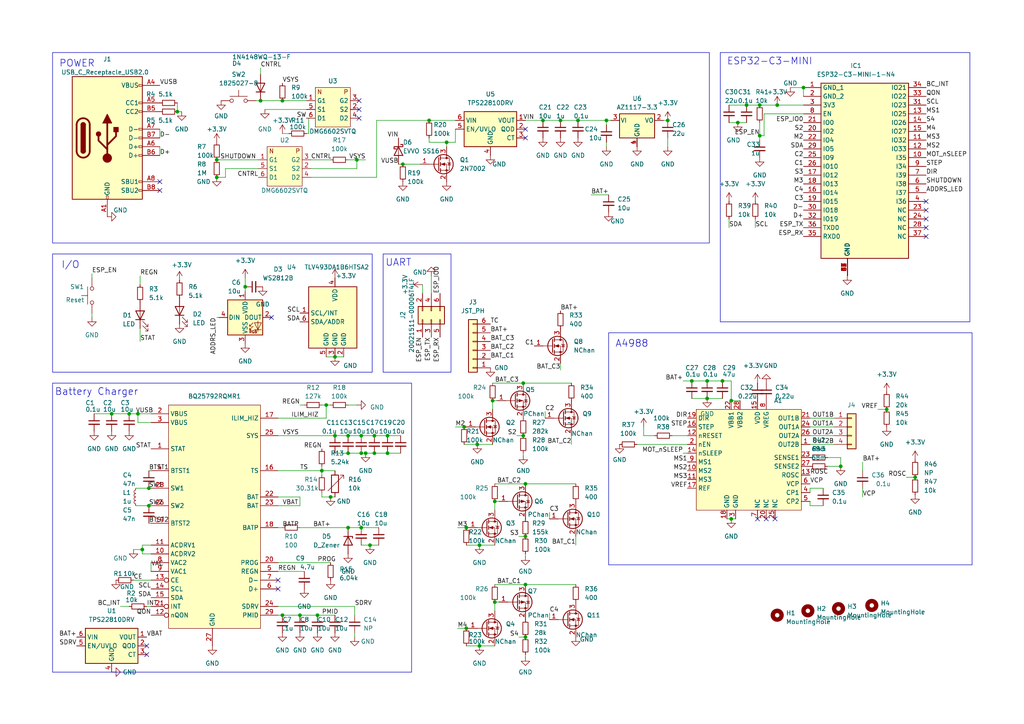
<source format=kicad_sch>
(kicad_sch (version 20230121) (generator eeschema)
  (paper "A4")
  (junction (at 108.585 131.445))
  (junction (at 220.345 30.48))
  (junction (at 213.995 35.56))
  (junction (at 138.43 128.905))
  (junction (at 95.885 144.145))
  (junction (at 94.615 117.475))
  (junction (at 32.385 120.015))
  (junction (at 167.64 34.925))
  (junction (at 97.155 103.505))
  (junction (at 62.865 51.435))
  (junction (at 112.395 131.445))
  (junction (at 212.09 116.205))
  (junction (at 81.915 178.435))
  (junction (at 143.51 174.625))
  (junction (at 93.345 136.525))
  (junction (at 205.105 110.49))
  (junction (at 193.675 34.925))
  (junction (at 265.43 138.43))
  (junction (at 124.46 34.925))
  (junction (at 43.18 146.685))
  (junction (at 62.865 46.355))
  (junction (at 157.48 34.925))
  (junction (at 100.965 126.365))
  (junction (at 212.09 150.495))
  (junction (at 107.315 158.115))
  (junction (at 162.56 34.925))
  (junction (at 116.84 47.625))
  (junction (at 233.045 25.4))
  (junction (at 209.55 110.49))
  (junction (at 104.775 153.035))
  (junction (at 152.4 155.575))
  (junction (at 151.765 126.365))
  (junction (at 112.395 126.365))
  (junction (at 135.255 182.245))
  (junction (at 106.045 131.445))
  (junction (at 200.66 110.49))
  (junction (at 175.895 34.925))
  (junction (at 103.505 46.355))
  (junction (at 71.12 83.185))
  (junction (at 51.435 32.385))
  (junction (at 257.175 118.745))
  (junction (at 134.62 123.825))
  (junction (at 135.255 153.035))
  (junction (at 43.18 141.605))
  (junction (at 37.465 120.015))
  (junction (at 152.4 169.545))
  (junction (at 151.765 111.125))
  (junction (at 142.875 116.205))
  (junction (at 225.425 30.48))
  (junction (at 152.4 184.785))
  (junction (at 108.585 126.365))
  (junction (at 75.565 29.21))
  (junction (at 97.155 126.365))
  (junction (at 205.105 115.57))
  (junction (at 92.075 178.435))
  (junction (at 100.965 153.035))
  (junction (at 152.4 140.335))
  (junction (at 220.345 39.37))
  (junction (at 41.275 159.385))
  (junction (at 143.51 145.415))
  (junction (at 216.535 30.48))
  (junction (at 100.965 131.445))
  (junction (at 40.005 120.015))
  (junction (at 243.84 135.255))
  (junction (at 81.915 29.21))
  (junction (at 86.995 178.435))
  (junction (at 104.775 126.365))
  (junction (at 139.065 187.325))
  (junction (at 129.54 41.275))
  (junction (at 139.065 158.115))
  (junction (at 104.775 131.445))
  (no_connect (at 152.4 40.005))
  (no_connect (at 152.4 37.465))
  (no_connect (at 268.605 58.42))
  (no_connect (at 42.545 187.325))
  (no_connect (at 46.355 55.245))
  (no_connect (at 78.74 92.075))
  (no_connect (at 46.355 52.705))
  (no_connect (at 104.14 29.21))
  (no_connect (at 219.71 150.495))
  (no_connect (at 42.545 189.865))
  (no_connect (at 104.14 34.29))
  (no_connect (at 104.14 31.75))
  (no_connect (at 268.605 68.58))
  (no_connect (at 224.79 150.495))
  (no_connect (at 80.645 170.815))
  (no_connect (at 80.645 168.275))
  (no_connect (at 268.605 66.04))
  (no_connect (at 268.605 63.5))
  (no_connect (at 222.25 150.495))
  (no_connect (at 268.605 60.96))
  (wire (pts (xy 106.045 131.445) (xy 108.585 131.445)))
  (wire (pts (xy 198.12 131.445) (xy 199.39 131.445)))
  (wire (pts (xy 134.62 128.905) (xy 138.43 128.905)))
  (wire (pts (xy 149.86 126.365) (xy 151.765 126.365)))
  (wire (pts (xy 143.51 174.625) (xy 143.51 177.165)))
  (wire (pts (xy 194.945 126.365) (xy 199.39 126.365)))
  (wire (pts (xy 233.045 30.48) (xy 225.425 30.48)))
  (wire (pts (xy 89.535 34.29) (xy 88.9 34.29)))
  (wire (pts (xy 75.565 29.21) (xy 81.915 29.21)))
  (wire (pts (xy 37.465 120.015) (xy 40.005 120.015)))
  (wire (pts (xy 88.9 38.735) (xy 89.535 38.735)))
  (wire (pts (xy 211.455 66.04) (xy 211.455 63.5)))
  (wire (pts (xy 132.08 41.275) (xy 129.54 41.275)))
  (wire (pts (xy 233.045 25.4) (xy 233.045 27.94)))
  (wire (pts (xy 221.615 33.02) (xy 233.045 33.02)))
  (wire (pts (xy 100.965 126.365) (xy 104.775 126.365)))
  (wire (pts (xy 150.495 184.785) (xy 152.4 184.785)))
  (wire (pts (xy 167.64 34.925) (xy 175.895 34.925)))
  (wire (pts (xy 143.51 145.415) (xy 144.78 145.415)))
  (wire (pts (xy 165.735 128.905) (xy 165.735 126.365)))
  (wire (pts (xy 240.03 135.255) (xy 243.84 135.255)))
  (wire (pts (xy 112.395 131.445) (xy 116.205 131.445)))
  (wire (pts (xy 162.56 107.315) (xy 162.56 105.41)))
  (wire (pts (xy 40.64 82.55) (xy 40.64 80.01)))
  (wire (pts (xy 241.935 123.825) (xy 234.95 123.825)))
  (wire (pts (xy 102.87 175.895) (xy 80.645 175.895)))
  (wire (pts (xy 186.69 126.365) (xy 189.865 126.365)))
  (wire (pts (xy 65.405 48.895) (xy 65.405 51.435)))
  (wire (pts (xy 43.815 122.555) (xy 40.005 122.555)))
  (wire (pts (xy 80.645 163.195) (xy 95.885 163.195)))
  (wire (pts (xy 62.865 92.075) (xy 63.5 92.075)))
  (wire (pts (xy 104.775 126.365) (xy 108.585 126.365)))
  (wire (pts (xy 152.4 189.865) (xy 152.4 190.5)))
  (wire (pts (xy 40.005 120.015) (xy 43.815 120.015)))
  (wire (pts (xy 152.4 160.655) (xy 152.4 161.29)))
  (wire (pts (xy 100.965 153.035) (xy 104.775 153.035)))
  (wire (pts (xy 37.465 120.015) (xy 32.385 120.015)))
  (wire (pts (xy 205.105 115.57) (xy 209.55 115.57)))
  (wire (pts (xy 132.08 37.465) (xy 132.08 41.275)))
  (wire (pts (xy 142.875 111.125) (xy 151.765 111.125)))
  (wire (pts (xy 159.385 177.8) (xy 159.385 179.705)))
  (wire (pts (xy 34.925 175.895) (xy 37.465 175.895)))
  (wire (pts (xy 151.765 111.125) (xy 165.735 111.125)))
  (wire (pts (xy 97.155 131.445) (xy 100.965 131.445)))
  (wire (pts (xy 89.535 38.735) (xy 89.535 34.29)))
  (wire (pts (xy 143.51 140.335) (xy 152.4 140.335)))
  (wire (pts (xy 220.345 39.37) (xy 220.345 40.64)))
  (wire (pts (xy 97.155 126.365) (xy 100.965 126.365)))
  (wire (pts (xy 157.48 34.925) (xy 162.56 34.925)))
  (wire (pts (xy 250.19 144.145) (xy 250.19 141.605)))
  (wire (pts (xy 76.835 31.75) (xy 88.9 31.75)))
  (wire (pts (xy 80.645 121.285) (xy 94.615 121.285)))
  (wire (pts (xy 108.585 126.365) (xy 112.395 126.365)))
  (wire (pts (xy 240.03 132.715) (xy 243.84 132.715)))
  (wire (pts (xy 38.735 159.385) (xy 41.275 159.385)))
  (wire (pts (xy 135.255 153.035) (xy 135.89 153.035)))
  (wire (pts (xy 115.57 47.625) (xy 116.84 47.625)))
  (wire (pts (xy 241.935 128.905) (xy 234.95 128.905)))
  (wire (pts (xy 103.505 48.895) (xy 103.505 46.355)))
  (wire (pts (xy 39.37 141.605) (xy 43.18 141.605)))
  (wire (pts (xy 135.255 158.115) (xy 139.065 158.115)))
  (wire (pts (xy 142.875 116.205) (xy 144.145 116.205)))
  (wire (pts (xy 158.115 119.38) (xy 158.115 121.285)))
  (wire (pts (xy 193.675 42.545) (xy 193.675 40.005)))
  (wire (pts (xy 104.775 131.445) (xy 106.045 131.445)))
  (wire (pts (xy 90.17 51.435) (xy 109.22 51.435)))
  (wire (pts (xy 100.965 131.445) (xy 104.775 131.445)))
  (wire (pts (xy 43.815 160.655) (xy 41.275 160.655)))
  (wire (pts (xy 43.18 136.525) (xy 43.815 136.525)))
  (wire (pts (xy 93.345 136.525) (xy 97.155 136.525)))
  (wire (pts (xy 32.385 120.015) (xy 27.305 120.015)))
  (wire (pts (xy 109.22 34.925) (xy 124.46 34.925)))
  (wire (pts (xy 250.19 133.985) (xy 250.19 136.525)))
  (wire (pts (xy 75.565 19.685) (xy 75.565 21.59)))
  (wire (pts (xy 220.345 35.56) (xy 220.345 39.37)))
  (wire (pts (xy 40.005 122.555) (xy 40.005 120.015)))
  (wire (pts (xy 134.62 123.825) (xy 135.255 123.825)))
  (wire (pts (xy 41.275 158.115) (xy 43.815 158.115)))
  (wire (pts (xy 43.815 163.195) (xy 43.815 165.735)))
  (wire (pts (xy 152.4 34.925) (xy 157.48 34.925)))
  (wire (pts (xy 43.18 151.765) (xy 43.815 151.765)))
  (wire (pts (xy 124.46 40.005) (xy 124.46 41.275)))
  (wire (pts (xy 80.645 146.685) (xy 86.995 146.685)))
  (wire (pts (xy 198.12 110.49) (xy 200.66 110.49)))
  (wire (pts (xy 143.51 174.625) (xy 144.78 174.625)))
  (wire (pts (xy 211.455 30.48) (xy 216.535 30.48)))
  (wire (pts (xy 81.915 178.435) (xy 86.995 178.435)))
  (wire (pts (xy 104.775 158.115) (xy 107.315 158.115)))
  (wire (pts (xy 200.66 110.49) (xy 205.105 110.49)))
  (wire (pts (xy 234.95 145.415) (xy 234.95 146.685)))
  (wire (pts (xy 135.255 187.325) (xy 139.065 187.325)))
  (wire (pts (xy 94.615 117.475) (xy 95.885 117.475)))
  (wire (pts (xy 175.895 36.195) (xy 175.895 34.925)))
  (wire (pts (xy 184.785 128.905) (xy 199.39 128.905)))
  (wire (pts (xy 108.585 131.445) (xy 112.395 131.445)))
  (wire (pts (xy 46.355 37.465) (xy 46.355 40.005)))
  (wire (pts (xy 175.895 34.925) (xy 177.165 34.925)))
  (wire (pts (xy 175.895 42.545) (xy 175.895 41.275)))
  (wire (pts (xy 132.08 123.825) (xy 134.62 123.825)))
  (wire (pts (xy 62.865 46.355) (xy 74.93 46.355)))
  (wire (pts (xy 102.87 184.785) (xy 102.87 183.515)))
  (wire (pts (xy 129.54 41.275) (xy 129.54 42.545)))
  (wire (pts (xy 26.67 90.805) (xy 26.67 92.075)))
  (wire (pts (xy 93.345 117.475) (xy 94.615 117.475)))
  (wire (pts (xy 225.425 30.48) (xy 220.345 30.48)))
  (wire (pts (xy 193.675 34.925) (xy 192.405 34.925)))
  (wire (pts (xy 104.775 153.035) (xy 109.855 153.035)))
  (wire (pts (xy 90.17 48.895) (xy 103.505 48.895)))
  (wire (pts (xy 107.315 158.115) (xy 109.855 158.115)))
  (wire (pts (xy 162.56 34.925) (xy 167.64 34.925)))
  (wire (pts (xy 213.995 35.56) (xy 216.535 35.56)))
  (wire (pts (xy 124.46 34.925) (xy 132.08 34.925)))
  (wire (pts (xy 93.345 135.255) (xy 93.345 136.525)))
  (wire (pts (xy 94.615 121.285) (xy 94.615 117.475)))
  (wire (pts (xy 86.995 153.035) (xy 100.965 153.035)))
  (wire (pts (xy 135.255 182.245) (xy 135.89 182.245)))
  (wire (pts (xy 116.84 47.625) (xy 121.92 47.625)))
  (wire (pts (xy 186.69 123.825) (xy 186.69 126.365)))
  (wire (pts (xy 109.22 51.435) (xy 109.22 34.925)))
  (wire (pts (xy 46.355 42.545) (xy 46.355 45.085)))
  (wire (pts (xy 212.09 150.495) (xy 210.82 150.495)))
  (wire (pts (xy 26.67 79.375) (xy 26.67 80.645)))
  (wire (pts (xy 102.87 178.435) (xy 102.87 175.895)))
  (wire (pts (xy 150.495 155.575) (xy 152.4 155.575)))
  (wire (pts (xy 90.17 46.355) (xy 95.885 46.355)))
  (wire (pts (xy 200.66 115.57) (xy 205.105 115.57)))
  (wire (pts (xy 51.435 29.845) (xy 51.435 32.385)))
  (wire (pts (xy 41.275 159.385) (xy 41.275 158.115)))
  (wire (pts (xy 86.995 117.475) (xy 88.265 117.475)))
  (wire (pts (xy 62.865 51.435) (xy 65.405 51.435)))
  (wire (pts (xy 43.18 141.605) (xy 43.815 141.605)))
  (wire (pts (xy 94.615 103.505) (xy 97.155 103.505)))
  (wire (pts (xy 234.95 142.875) (xy 234.95 141.605)))
  (wire (pts (xy 152.4 169.545) (xy 167.005 169.545)))
  (wire (pts (xy 234.95 146.685) (xy 238.76 146.685)))
  (wire (pts (xy 125.095 85.09) (xy 125.095 80.01)))
  (wire (pts (xy 122.555 85.09) (xy 122.555 82.55)))
  (wire (pts (xy 80.645 126.365) (xy 97.155 126.365)))
  (wire (pts (xy 139.065 187.325) (xy 143.51 187.325)))
  (wire (pts (xy 38.735 168.275) (xy 43.815 168.275)))
  (wire (pts (xy 159.385 148.59) (xy 159.385 150.495)))
  (wire (pts (xy 243.84 132.715) (xy 243.84 135.255)))
  (wire (pts (xy 221.615 39.37) (xy 221.615 33.02)))
  (wire (pts (xy 74.295 29.21) (xy 75.565 29.21)))
  (wire (pts (xy 143.51 169.545) (xy 152.4 169.545)))
  (wire (pts (xy 92.075 178.435) (xy 97.155 178.435)))
  (wire (pts (xy 212.09 150.495) (xy 213.36 150.495)))
  (wire (pts (xy 80.645 178.435) (xy 81.915 178.435)))
  (wire (pts (xy 220.345 39.37) (xy 221.615 39.37)))
  (wire (pts (xy 71.12 83.185) (xy 71.12 84.455)))
  (wire (pts (xy 42.545 175.895) (xy 43.815 175.895)))
  (wire (pts (xy 132.715 153.035) (xy 135.255 153.035)))
  (wire (pts (xy 80.645 144.145) (xy 86.995 144.145)))
  (wire (pts (xy 80.645 136.525) (xy 93.345 136.525)))
  (wire (pts (xy 219.075 66.04) (xy 219.075 63.5)))
  (wire (pts (xy 86.995 144.145) (xy 86.995 146.685)))
  (wire (pts (xy 41.275 159.385) (xy 41.275 160.655)))
  (wire (pts (xy 254.635 118.745) (xy 257.175 118.745)))
  (wire (pts (xy 241.935 121.285) (xy 234.95 121.285)))
  (wire (pts (xy 40.64 99.06) (xy 40.64 95.25)))
  (wire (pts (xy 43.18 146.685) (xy 39.37 146.685)))
  (wire (pts (xy 212.09 110.49) (xy 212.09 116.205)))
  (wire (pts (xy 97.155 103.505) (xy 99.695 103.505)))
  (wire (pts (xy 241.935 126.365) (xy 234.95 126.365)))
  (wire (pts (xy 71.12 80.645) (xy 71.12 83.185)))
  (wire (pts (xy 234.95 141.605) (xy 238.76 141.605)))
  (wire (pts (xy 138.43 128.905) (xy 142.875 128.905)))
  (wire (pts (xy 95.885 144.145) (xy 97.155 144.145)))
  (wire (pts (xy 142.875 116.205) (xy 142.875 118.745)))
  (wire (pts (xy 93.345 136.525) (xy 93.345 137.795)))
  (wire (pts (xy 212.09 116.205) (xy 214.63 116.205)))
  (wire (pts (xy 167.005 158.115) (xy 167.005 155.575)))
  (wire (pts (xy 103.505 46.355) (xy 100.965 46.355)))
  (wire (pts (xy 152.4 140.335) (xy 167.005 140.335)))
  (wire (pts (xy 143.51 145.415) (xy 143.51 147.955)))
  (wire (pts (xy 86.995 178.435) (xy 92.075 178.435)))
  (wire (pts (xy 52.705 32.385) (xy 51.435 32.385)))
  (wire (pts (xy 216.535 30.48) (xy 220.345 30.48)))
  (wire (pts (xy 100.965 117.475) (xy 103.505 117.475)))
  (wire (pts (xy 132.715 182.245) (xy 135.255 182.245)))
  (wire (pts (xy 151.765 131.445) (xy 151.765 132.08)))
  (wire (pts (xy 43.18 146.685) (xy 43.815 146.685)))
  (wire (pts (xy 112.395 126.365) (xy 116.205 126.365)))
  (wire (pts (xy 93.345 142.875) (xy 93.345 144.145)))
  (wire (pts (xy 211.455 35.56) (xy 213.995 35.56)))
  (wire (pts (xy 209.55 110.49) (xy 212.09 110.49)))
  (wire (pts (xy 205.105 110.49) (xy 209.55 110.49)))
  (wire (pts (xy 81.915 38.735) (xy 83.82 38.735)))
  (wire (pts (xy 262.89 138.43) (xy 265.43 138.43)))
  (wire (pts (xy 124.46 41.275) (xy 129.54 41.275)))
  (wire (pts (xy 139.065 158.115) (xy 143.51 158.115)))
  (wire (pts (xy 93.345 144.145) (xy 95.885 144.145)))
  (wire (pts (xy 74.93 48.895) (xy 65.405 48.895)))
  (wire (pts (xy 171.45 56.515) (xy 176.53 56.515)))
  (wire (pts (xy 81.915 29.21) (xy 88.9 29.21)))
  (wire (pts (xy 80.645 165.735) (xy 88.265 165.735)))
  (wire (pts (xy 81.915 153.035) (xy 80.645 153.035)))
  (wire (pts (xy 106.045 46.355) (xy 103.505 46.355)))
  (wire (pts (xy 229.235 25.4) (xy 233.045 25.4)))
  (rectangle (start 15.24 111.125) (end 119.38 194.945))
  (rectangle (start 208.915 15.24) (end 281.305 93.345))
  (rectangle (start 111.125 73.66) (end 130.81 107.95))
  (rectangle (start 15.24 15.24) (end 205.74 70.485))
  (rectangle (start 15.24 73.66) (end 107.95 107.95))
  (rectangle (start 176.53 96.52) (end 281.94 163.83))
  (text "					" (at 68.58 73.66 0) (effects (font (size 5.08 5.08)) (justify left bottom)))
  (text "Battery Charger\n" (at 15.875 114.935 0) (effects (font (size 2.032 2.032)) (justify left bottom)))
  (text "POWER\n" (at 17.145 19.685 0) (effects (font (size 2 2)) (justify left bottom)))
  (text "I/O\n" (at 17.78 78.105 0) (effects (font (size 2 2)) (justify left bottom)))
  (text "UART\n" (at 111.76 77.47 0) (effects (font (size 2.032 2.032)) (justify left bottom)))
  (text "ESP32-C3-MINI\n" (at 210.82 19.05 0) (effects (font (size 2 2)) (justify left bottom)))
  (text "A4988\n" (at 178.435 100.965 0) (effects (font (size 2.032 2.032)) (justify left bottom)))
  (label "BAT+" (at 162.56 90.17 0))
  (label "SCL" (at 43.815 170.815 180))
  (label "C1" (at 154.94 100.33 180))
  (label "VIN" (at 154.94 34.925 180))
  (label "VSYS" (at 106.045 46.355 180))
  (label "ILIM_HIZ" (at 84.455 121.285 0))
  (label "BAT_C3" (at 150.495 111.125 180))
  (label "MS3" (at 268.605 40.64 0))
  (label "MS3" (at 199.39 139.065 180))
  (label "SW" (at 88.9 34.29 180))
  (label "STAT" (at 40.64 99.06 0))
  (label "CNTRL" (at 90.17 46.355 0))
  (label "VREF" (at 199.39 141.605 180))
  (label "BAT+" (at 90.805 153.035 0))
  (label "QON" (at 268.605 27.94 0))
  (label "OUT1A" (at 235.585 123.825 0))
  (label "OUT2B" (at 235.585 128.905 0))
  (label "STAT" (at 43.815 130.175 180))
  (label "STEP" (at 268.605 48.26 0))
  (label "D-" (at 46.355 40.005 0))
  (label "STEP" (at 199.39 123.825 180))
  (label "ROSC" (at 234.95 137.795 0))
  (label "BAT_C1" (at 151.13 169.545 180))
  (label "ESP_RX" (at 233.045 68.58 180))
  (label "SW2" (at 43.18 146.685 0))
  (label "M4" (at 268.605 38.1 0))
  (label "DIR" (at 199.39 121.285 180))
  (label "BAT+" (at 171.45 56.515 0))
  (label "ADDRS_LED" (at 268.605 55.88 0))
  (label "SDRV" (at 22.225 187.325 180))
  (label "CNTRL" (at 74.93 51.435 180))
  (label "ESP_TX" (at 125.095 97.79 270))
  (label "MS1" (at 268.605 33.02 0))
  (label "REGN" (at 86.995 117.475 180))
  (label "SHUTDOWN" (at 74.295 46.355 180))
  (label "BTST2" (at 43.18 151.765 0))
  (label "M4" (at 132.715 182.245 0))
  (label "TC" (at 142.24 93.98 0))
  (label "S3" (at 150.495 155.575 180))
  (label "ROSC" (at 262.89 138.43 180))
  (label "C2" (at 158.115 119.38 0))
  (label "S3" (at 233.045 50.8 180))
  (label "VUSB" (at 39.37 120.015 0))
  (label "BAT+" (at 142.24 96.52 0))
  (label "TS" (at 86.995 136.525 0))
  (label "MS1" (at 199.39 133.985 180))
  (label "M2" (at 132.08 123.825 0))
  (label "SCL" (at 219.075 66.04 0))
  (label "C1" (at 233.045 48.26 180))
  (label "VBAT" (at 81.915 146.685 0))
  (label "C3" (at 233.045 58.42 180))
  (label "ADDRS_LED" (at 62.865 92.075 270))
  (label "OUT2A" (at 235.585 126.365 0))
  (label "VREF" (at 254.635 118.745 180))
  (label "MOT_nSLEEP" (at 268.605 45.72 0))
  (label "ESP_RX" (at 127.635 97.79 270))
  (label "CE" (at 38.735 168.275 0))
  (label "S4" (at 150.495 184.785 180))
  (label "SCL" (at 86.995 90.805 180))
  (label "BAT+" (at 198.12 110.49 180))
  (label "C2" (at 233.045 45.72 180))
  (label "VCP" (at 250.19 144.145 0))
  (label "BC_INT" (at 34.925 175.895 180))
  (label "C4" (at 233.045 55.88 180))
  (label "CNTRL" (at 75.565 19.685 0))
  (label "VIN" (at 115.57 40.005 180))
  (label "M2" (at 233.045 40.64 180))
  (label "VUSB" (at 46.355 24.765 0))
  (label "REGN" (at 40.64 80.01 0))
  (label "SDA" (at 86.995 93.345 180))
  (label "S4" (at 268.605 35.56 0))
  (label "BAT_C2" (at 165.735 128.905 180))
  (label "BTST1" (at 43.18 136.525 0))
  (label "BAT+" (at 22.225 184.785 180))
  (label "VBAT" (at 42.545 184.785 0))
  (label "MS2" (at 199.39 136.525 180))
  (label "BAT_C1" (at 167.005 158.115 180))
  (label "QON" (at 43.815 178.435 180))
  (label "DIR" (at 268.605 50.8 0))
  (label "SCL" (at 268.605 30.48 0))
  (label "ESP_EN" (at 26.67 79.375 0))
  (label "INT" (at 42.545 175.895 0))
  (label "MS2" (at 268.605 43.18 0))
  (label "ESP_TX" (at 233.045 66.04 180))
  (label "VSYS" (at 81.915 126.365 0))
  (label "BAT+" (at 250.19 133.985 0))
  (label "REGN" (at 80.645 165.735 0))
  (label "S2" (at 149.86 126.365 180))
  (label "SDA" (at 43.815 173.355 180))
  (label "PROG" (at 92.075 163.195 0))
  (label "SDRV" (at 102.87 175.895 0))
  (label "BC_INT" (at 268.605 25.4 0))
  (label "BAT_C3" (at 162.56 107.315 180))
  (label "SDA" (at 211.455 66.04 0))
  (label "MOT_nSLEEP" (at 198.12 131.445 180))
  (label "VSYS" (at 81.915 24.13 0))
  (label "D-" (at 233.045 60.96 180))
  (label "SDA" (at 233.045 43.18 180))
  (label "REGN" (at 93.345 130.175 180))
  (label "SW1" (at 43.18 141.605 0))
  (label "VAC" (at 43.815 164.465 0))
  (label "BAT_C3" (at 142.24 99.06 0))
  (label "BAT_C1" (at 142.24 104.14 0))
  (label "C3" (at 159.385 148.59 0))
  (label "ESP_IO0" (at 233.045 35.56 180))
  (label "BAT_C2" (at 151.13 140.335 180))
  (label "ESP_EN" (at 220.345 39.37 180))
  (label "SHUTDOWN" (at 268.605 53.34 0))
  (label "M3" (at 132.715 153.035 0))
  (label "C4" (at 159.385 177.8 0))
  (label "BATP" (at 81.915 153.035 0))
  (label "D+" (at 46.355 45.085 0))
  (label "ESP_EN" (at 122.555 97.79 270))
  (label "ESP_IO0" (at 127.635 85.09 90))
  (label "M3" (at 233.045 53.34 180))
  (label "VCP" (at 234.95 140.335 0))
  (label "PMID" (at 93.345 178.435 0))
  (label "OUT1B" (at 235.585 121.285 0))
  (label "D+" (at 233.045 63.5 180))
  (label "S2" (at 233.045 38.1 180))
  (label "VUSB" (at 115.57 47.625 180))
  (label "BAT_C2" (at 142.24 101.6 0))
  (symbol (lib_id "Device:C_Small") (at 97.155 128.905 0) (unit 1)
    (property "Reference" "C11" (at 94.615 122.555 0) (effects (justify left)))
    (property "Value" "0.1u" (at 93.345 125.095 0) (effects (justify left)))
    (property "Footprint" "Capacitor_SMD:C_0402_1005Metric" (effects hide))
  )
  (symbol (lib_id "Connector_Generic:Conn_01x06") (at 137.16 101.6 180) (unit 1)
    (property "Reference" "J3" (at 137.16 87.63 0))
    (property "Value" "JST_PH" (at 137.16 90.17 0))
    (property "Footprint" "Connector_JST:JST_PH_B6B-PH-K_1x06_P2.00mm_Vertical" (effects hide))
  )
  (symbol (lib_id "power:GND") (at 265.43 143.51 0) (unit 1)
    (property "Reference" "#PWR073" (effects hide))
    (property "Value" "GND" (at 265.43 148.59 0))
  )
  (symbol (lib_id "LED:WS2812B") (at 71.12 92.075 0) (unit 1)
    (property "Reference" "D3" (at 80.645 78.105 0))
    (property "Value" "WS2812B" (at 80.645 80.645 0))
    (property "Footprint" "LED_SMD:LED_WS2812B_PLCC4_5.0x5.0mm_P3.2mm" (effects hide))
    (property "Datasheet" "https://cdn-shop.adafruit.com/datasheets/WS2812B.pdf" (effects hide))
  )
  (symbol (lib_id "power:GND") (at 103.505 117.475 90) (unit 1)
    (property "Reference" "#PWR032" (effects hide))
    (property "Value" "GND" (at 107.315 118.11 90) (effects (justify right)))
  )
  (symbol (lib_id "power:GND") (at 97.155 103.505 0) (unit 1)
    (property "Reference" "#PWR028" (effects hide))
    (property "Value" "GND" (at 101.6 106.045 0))
  )
  (symbol (lib_id "Device:R_Small") (at 192.405 126.365 90) (unit 1)
    (property "Reference" "R38" (at 194.31 123.825 90) (effects (justify left)))
    (property "Value" "100k" (at 194.31 121.285 90) (effects (justify left)))
    (property "Footprint" "Resistor_SMD:R_0402_1005Metric" (effects hide))
  )
  (symbol (lib_id "Device:C_Small") (at 209.55 113.03 0) (unit 1)
    (property "Reference" "C29" (at 209.55 106.68 0) (effects (justify left)))
    (property "Value" "47u" (at 209.55 108.585 0) (effects (justify left)))
    (property "Footprint" "Capacitor_SMD:CP_Elec_6.3x5.4" (effects hide))
  )
  (symbol (lib_id "Device:C_Small") (at 250.19 139.065 0) (unit 1)
    (property "Reference" "C36" (at 252.73 137.8013 0) (effects (justify left)))
    (property "Value" "0.1u" (at 254 140.335 0) (effects (justify left)))
    (property "Footprint" "Capacitor_SMD:C_0402_1005Metric" (effects hide))
  )
  (symbol (lib_id "Connector:USB_C_Receptacle_USB2.0") (at 31.115 40.005 0) (unit 1)
    (property "Reference" "J1" (at 31.115 17.145 0))
    (property "Value" "USB_C_Receptacle_USB2.0" (at 30.48 20.955 0))
    (property "Footprint" "Connector_USB:USB_C_Receptacle_JAE_DX07S016JA1R1500" (effects hide))
    (property "Datasheet" "https://www.usb.org/sites/default/files/documents/usb_type-c.zip" (effects hide))
  )
  (symbol (lib_id "power:+3.3V") (at 219.71 111.125 0) (unit 1)
    (property "Reference" "#PWR063" (effects hide))
    (property "Value" "+3.3V" (at 218.44 106.045 0))
  )
  (symbol (lib_id "Device:C_Small") (at 222.25 113.665 0) (unit 1)
    (property "Reference" "C34" (at 224.79 112.4013 0) (effects (justify left)))
    (property "Value" "0.22u" (at 224.79 114.9413 0) (effects (justify left)))
    (property "Footprint" "Capacitor_SMD:C_0402_1005Metric" (effects hide))
  )
  (symbol (lib_id "Device:C_Small") (at 100.965 128.905 0) (unit 1)
    (property "Reference" "C13" (at 98.425 122.555 0) (effects (justify left)))
    (property "Value" "10u" (at 98.425 125.095 0) (effects (justify left)))
    (property "Footprint" "Capacitor_SMD:C_0603_1608Metric" (effects hide))
  )
  (symbol (lib_id "power:+3.3V") (at 225.425 30.48 0) (unit 1)
    (property "Reference" "#PWR066" (effects hide))
    (property "Value" "+3.3V" (at 225.425 26.67 0))
  )
  (symbol (lib_id "power:GND") (at 139.065 158.115 0) (unit 1)
    (property "Reference" "#PWR040" (effects hide))
    (property "Value" "GND" (at 139.065 163.195 0))
  )
  (symbol (lib_id "power:GND") (at 257.175 123.825 0) (unit 1)
    (property "Reference" "#PWR071" (effects hide))
    (property "Value" "GND" (at 257.175 128.905 0))
  )
  (symbol (lib_id "Device:L_Small") (at 39.37 144.145 180) (unit 1)
    (property "Reference" "L1" (at 35.56 142.875 0) (effects (justify right)))
    (property "Value" "1u" (at 35.56 145.415 0) (effects (justify right)))
    (property "Footprint" "Inductor_SMD:L_Sunlord_MWSA0402S" (effects hide))
  )
  (symbol (lib_id "power:GND") (at 142.24 106.68 0) (unit 1)
    (property "Reference" "#PWR043" (effects hide))
    (property "Value" "GND" (at 145.415 106.68 0))
  )
  (symbol (lib_id "Device:R_Small") (at 95.885 165.735 0) (unit 1)
    (property "Reference" "R15" (at 98.425 165.1 0) (effects (justify left)))
    (property "Value" "6.04k" (at 98.425 167.64 0) (effects (justify left)))
    (property "Footprint" "Resistor_SMD:R_0402_1005Metric" (effects hide))
  )
  (symbol (lib_id "power:GND") (at 162.56 40.005 0) (unit 1)
    (property "Reference" "#PWR048" (effects hide))
    (property "Value" "GND" (at 162.56 45.085 0))
  )
  (symbol (lib_id "Device:C_Small") (at 97.155 180.975 0) (unit 1)
    (property "Reference" "C12" (at 97.155 179.705 0) (effects (justify left)))
    (property "Value" "10u" (at 97.155 182.245 0) (effects (justify left)))
    (property "Footprint" "Capacitor_SMD:C_0603_1608Metric" (effects hide))
  )
  (symbol (lib_id "Transistor_FET:DMG3418L") (at 140.97 182.245 0) (unit 1)
    (property "Reference" "Q4" (at 146.685 180.975 0) (effects (justify left)))
    (property "Value" "NChan" (at 143.51 186.055 0) (effects (justify left)))
    (property "Footprint" "Package_TO_SOT_SMD:SOT-23" (effects hide))
    (property "Datasheet" "http://www.diodes.com/assets/Datasheets/DMG3418L.pdf" (effects hide))
  )
  (symbol (lib_id "power:GND") (at 31.115 62.865 90) (unit 1)
    (property "Reference" "#PWR03" (effects hide))
    (property "Value" "GND" (at 34.925 60.96 90))
  )
  (symbol (lib_id "Device:R_Small") (at 152.4 153.035 0) (unit 1)
    (property "Reference" "R29" (at 154.305 151.765 0) (effects (justify left)))
    (property "Value" "155k" (at 154.305 154.305 0) (effects (justify left)))
    (property "Footprint" "Resistor_SMD:R_0402_1005Metric" (effects hide))
  )
  (symbol (lib_id "power:GND") (at 129.54 52.705 0) (unit 1)
    (property "Reference" "#PWR038" (effects hide))
    (property "Value" "GND" (at 129.54 57.785 0))
  )
  (symbol (lib_id "power:GND") (at 212.09 150.495 0) (unit 1)
    (property "Reference" "#PWR060" (effects hide))
    (property "Value" "GND" (at 212.09 155.575 0))
  )
  (symbol (lib_id "Device:C_Small") (at 104.775 128.905 0) (unit 1)
    (property "Reference" "C15" (at 102.235 122.555 0) (effects (justify left)))
    (property "Value" "10u" (at 102.235 125.095 0) (effects (justify left)))
    (property "Footprint" "Capacitor_SMD:C_0603_1608Metric" (effects hide))
  )
  (symbol (lib_id "Device:R_Small") (at 151.765 123.825 0) (unit 1)
    (property "Reference" "R27" (at 154.305 122.555 0) (effects (justify left)))
    (property "Value" "282k" (at 154.305 125.095 0) (effects (justify left)))
    (property "Footprint" "Resistor_SMD:R_0402_1005Metric" (effects hide))
  )
  (symbol (lib_id "power:GND") (at 102.87 184.785 0) (unit 1)
    (property "Reference" "#PWR031" (effects hide))
    (property "Value" "GND" (at 106.68 186.055 0))
  )
  (symbol (lib_id "Device:C_Small") (at 32.385 122.555 0) (unit 1)
    (property "Reference" "C2" (at 29.845 116.84 0) (effects (justify left)))
    (property "Value" "10u" (at 29.845 118.745 0) (effects (justify left)))
    (property "Footprint" "Capacitor_SMD:C_0603_1608Metric" (effects hide))
  )
  (symbol (lib_id "power:GND") (at 88.265 170.815 0) (unit 1)
    (property "Reference" "#PWR023" (effects hide))
    (property "Value" "GND" (at 88.265 175.895 0))
  )
  (symbol (lib_id "power:GND") (at 33.655 168.275 0) (unit 1)
    (property "Reference" "#PWR06" (effects hide))
    (property "Value" "GND" (at 36.83 170.18 0))
  )
  (symbol (lib_id "Device:D_Schottky") (at 115.57 43.815 270) (unit 1)
    (property "Reference" "D6" (at 116.84 41.275 90) (effects (justify left)))
    (property "Value" "EVVO SS16" (at 116.84 43.815 90) (effects (justify left)))
    (property "Footprint" "Diode_SMD:D_SMA" (effects hide))
  )
  (symbol (lib_id "power:GND") (at 76.2 83.185 0) (unit 1)
    (property "Reference" "#PWR018" (effects hide))
    (property "Value" "GND" (at 76.2 88.265 0))
  )
  (symbol (lib_id "Device:C_Small") (at 205.105 113.03 0) (unit 1)
    (property "Reference" "C28" (at 203.835 106.68 0) (effects (justify left)))
    (property "Value" "0.1u" (at 203.835 108.585 0) (effects (justify left)))
    (property "Footprint" "Capacitor_SMD:C_0402_1005Metric" (effects hide))
  )
  (symbol (lib_id "Device:C_Small") (at 116.205 128.905 0) (unit 1)
    (property "Reference" "C20" (at 113.665 122.555 0) (effects (justify left)))
    (property "Value" "10u" (at 113.665 125.095 0) (effects (justify left)))
    (property "Footprint" "Capacitor_SMD:C_0603_1608Metric" (effects hide))
  )
  (symbol (lib_id "Transistor_FET:DMG3418L") (at 160.02 100.33 0) (unit 1)
    (property "Reference" "Q8" (at 166.37 99.06 0) (effects (justify left)))
    (property "Value" "NChan" (at 166.37 101.6 0) (effects (justify left)))
    (property "Footprint" "Package_TO_SOT_SMD:SOT-23" (effects hide))
    (property "Datasheet" "http://www.diodes.com/assets/Datasheets/DMG3418L.pdf" (effects hide))
  )
  (symbol (lib_id "Device:R_Small") (at 36.195 168.275 270) (unit 1)
    (property "Reference" "R1" (at 35.56 166.37 90) (effects (justify right)))
    (property "Value" "10k" (at 39.37 166.37 90) (effects (justify right)))
    (property "Footprint" "Resistor_SMD:R_0402_1005Metric" (effects hide))
  )
  (symbol (lib_id "power:GND") (at 157.48 40.005 0) (unit 1)
    (property "Reference" "#PWR047" (effects hide))
    (property "Value" "GND" (at 157.48 45.085 0))
  )
  (symbol (lib_id "power:GND") (at 139.065 187.325 0) (unit 1)
    (property "Reference" "#PWR041" (effects hide))
    (property "Value" "GND" (at 139.065 192.405 0))
  )
  (symbol (lib_id "power:GND") (at 222.25 111.125 180) (unit 1)
    (property "Reference" "#PWR065" (effects hide))
    (property "Value" "GND" (at 223.52 106.045 0))
  )
  (symbol (lib_id "power:GND") (at 193.675 42.545 0) (unit 1)
    (property "Reference" "#PWR057" (effects hide))
    (property "Value" "GND" (at 193.675 47.625 0))
  )
  (symbol (lib_id "power:GND") (at 167.64 40.005 0) (unit 1)
    (property "Reference" "#PWR050" (effects hide))
    (property "Value" "GND" (at 167.64 45.085 0))
  )
  (symbol (lib_id "Device:R_Small") (at 62.865 48.895 0) (unit 1)
    (property "Reference" "R8" (at 57.15 47.625 0) (effects (justify left)))
    (property "Value" "1M" (at 57.15 50.165 0) (effects (justify left)))
    (property "Footprint" "Resistor_SMD:R_0402_1005Metric" (effects hide))
  )
  (symbol (lib_id "Connector_Generic:Conn_01x04") (at 247.015 123.825 0) (unit 1)
    (property "Reference" "J4" (at 245.745 117.475 0) (effects (justify left)))
    (property "Value" "Conn_01x04" (effects hide))
    (property "Footprint" "Connector_JST:JST_PH_B4B-PH-K_1x04_P2.00mm_Vertical" (effects hide))
  )
  (symbol (lib_id "Device:C_Small") (at 102.87 180.975 0) (unit 1)
    (property "Reference" "C14" (at 105.41 179.7113 0) (effects (justify left)))
    (property "Value" "NP" (at 105.41 182.2513 0) (effects (justify left)))
    (property "Footprint" "Capacitor_SMD:C_0402_1005Metric" (effects hide))
  )
  (symbol (lib_id "ESP32-C3-MINI-1-N4:ESP32-C3-MINI-1-N4") (at 250.825 41.91 0) (unit 1)
    (property "Reference" "IC1" (at 248.285 19.05 0))
    (property "Value" "ESP32-C3-MINI-1-N4" (at 248.285 21.59 0))
    (property "Footprint" "ESP32MINI1N4:ESP32MINI1N4" (effects hide))
    (property "Datasheet" "https://www.mouser.com/datasheet/2/891/Espressif_ESP32_C3_MINI_1_Datasheet-2006822.pdf" (effects hide))
    (property "Height" "2.55" (effects hide))
    (property "Manufacturer_Name" "Espressif Systems" (effects hide))
    (property "Manufacturer_Part_Number" "ESP32-C3-MINI-1-N4" (effects hide))
    (property "Mouser Part Number" "356-ESP32-C3-MINI1N4" (effects hide))
    (property "Mouser Price/Stock" "https://www.mouser.co.uk/ProductDetail/Espressif-Systems/ESP32-C3-MINI-1-N4?qs=stqOd1AaK7%252B%2FpH3qqyGehA%3D%3D" (effects hide))
  )
  (symbol (lib_id "Device:D_Zener") (at 100.965 156.845 270) (unit 1)
    (property "Reference" "D5" (at 93.345 155.575 90) (effects (justify left)))
    (property "Value" "D_Zener" (at 90.805 158.115 90) (effects (justify left)))
    (property "Footprint" "Diode_SMD:D_SOD-323F" (effects hide))
  )
  (symbol (lib_id "power:GND") (at 107.315 158.115 0) (unit 1)
    (property "Reference" "#PWR034" (effects hide))
    (property "Value" "GND" (at 107.315 163.195 0))
  )
  (symbol (lib_id "power:GND") (at 27.305 125.095 0) (unit 1)
    (property "Reference" "#PWR02" (effects hide))
    (property "Value" "GND" (at 27.305 130.175 0))
  )
  (symbol (lib_id "power:+3.3V") (at 211.455 58.42 0) (unit 1)
    (property "Reference" "#PWR059" (effects hide))
    (property "Value" "+3.3V" (at 211.455 53.34 0))
  )
  (symbol (lib_id "power:+3.3V") (at 71.12 80.645 0) (unit 1)
    (property "Reference" "#PWR016" (effects hide))
    (property "Value" "+3.3V" (at 71.12 75.565 0))
  )
  (symbol (lib_id "Switch:SW_Push") (at 69.215 29.21 0) (unit 1)
    (property "Reference" "SW2" (at 69.215 21.59 0))
    (property "Value" "1825027-8" (at 69.215 24.13 0))
    (property "Footprint" "Button_THT:SW2_1825027-C_TEC" (effects hide))
  )
  (symbol (lib_id "Power_Management:TPS22810DRV") (at 32.385 187.325 0) (unit 1)
    (property "Reference" "U1" (at 32.385 177.165 0))
    (property "Value" "TPS22810DRV" (at 32.385 179.705 0))
    (property "Footprint" "Package_SON:WSON-6-1EP_2x2mm_P0.65mm_EP1x1.6mm" (effects hide))
    (property "Datasheet" "http://www.ti.com/lit/ds/symlink/tps22810.pdf" (effects hide))
  )
  (symbol (lib_id "power:GND") (at 213.995 35.56 0) (unit 1)
    (property "Reference" "#PWR061" (effects hide))
    (property "Value" "GND" (at 212.725 40.64 0))
  )
  (symbol (lib_id "power:+3.3V") (at 122.555 82.55 90) (unit 1)
    (property "Reference" "#PWR036" (effects hide))
    (property "Value" "+3.3V" (at 117.475 82.55 0))
  )
  (symbol (lib_id "Transistor_FET:BSS83P") (at 149.86 145.415 0) (unit 1)
    (property "Reference" "Q6" (at 154.94 145.415 0) (effects (justify left)))
    (property "Value" "PChan" (at 153.035 149.225 0) (effects (justify left)))
    (property "Footprint" "Package_TO_SOT_SMD:SOT-23" (effects hide))
    (property "Datasheet" "http://www.farnell.com/datasheets/1835997.pdf" (effects hide))
  )
  (symbol (lib_id "Transistor_FET:BSS83P") (at 149.225 116.205 0) (unit 1)
    (property "Reference" "Q5" (at 152.4 113.03 0) (effects (justify left)))
    (property "Value" "PChan" (at 151.765 120.015 0) (effects (justify left)))
    (property "Footprint" "Package_TO_SOT_SMD:SOT-23" (effects hide))
    (property "Datasheet" "http://www.farnell.com/datasheets/1835997.pdf" (effects hide))
  )
  (symbol (lib_id "Mosfet Arrays:DMG6602SV") (at 96.52 33.02 0) (unit 1)
    (property "Reference" "U3" (at 96.52 23.495 0))
    (property "Value" "DMG6602SVTQ" (at 96.52 38.1 0))
    (property "Footprint" "Package_TO_SOT_SMD:TSOT-23-6" (effects hide))
  )
  (symbol (lib_id "power:GND") (at 37.465 125.095 0) (unit 1)
    (property "Reference" "#PWR07" (effects hide))
    (property "Value" "GND" (at 37.465 130.175 0))
  )
  (symbol (lib_id "Transistor_FET:DMG3418L") (at 140.97 153.035 0) (unit 1)
    (property "Reference" "Q3" (at 146.685 151.765 0) (effects (justify left)))
    (property "Value" "NChan" (at 143.51 156.845 0) (effects (justify left)))
    (property "Footprint" "Package_TO_SOT_SMD:SOT-23" (effects hide))
    (property "Datasheet" "http://www.diodes.com/assets/Datasheets/DMG3418L.pdf" (effects hide))
  )
  (symbol (lib_id "power:GND") (at 26.67 92.075 0) (unit 1)
    (property "Reference" "#PWR01" (effects hide))
    (property "Value" "GND" (at 26.67 97.155 0))
  )
  (symbol (lib_id "Device:R_Small") (at 143.51 172.085 0) (unit 1)
    (property "Reference" "R26" (at 137.795 170.815 0) (effects (justify left)))
    (property "Value" "100k" (at 133.35 173.355 0) (effects (justify left)))
    (property "Footprint" "Resistor_SMD:R_0402_1005Metric" (effects hide))
  )
  (symbol (lib_id "power:+3.3V") (at 62.865 41.275 0) (unit 1)
    (property "Reference" "#PWR013" (effects hide))
    (property "Value" "+3.3V" (at 62.865 37.465 0))
  )
  (symbol (lib_id "power:+3.3V") (at 219.075 58.42 0) (unit 1)
    (property "Reference" "#PWR062" (effects hide))
    (property "Value" "+3.3V" (at 219.075 53.34 0))
  )
  (symbol (lib_id "Device:R_Small") (at 84.455 153.035 90) (unit 1)
    (property "Reference" "R10" (at 84.455 155.575 90))
    (property "Value" "100" (at 84.455 158.115 90))
    (property "Footprint" "Resistor_SMD:R_0402_1005Metric" (effects hide))
  )
  (symbol (lib_id "Transistor_FET:DMG3418L") (at 164.465 179.705 0) (unit 1)
    (property "Reference" "Q11" (at 170.18 178.435 0) (effects (justify left)))
    (property "Value" "NChan" (at 167.005 184.15 0) (effects (justify left)))
    (property "Footprint" "Package_TO_SOT_SMD:SOT-23" (effects hide))
    (property "Datasheet" "http://www.diodes.com/assets/Datasheets/DMG3418L.pdf" (effects hide))
  )
  (symbol (lib_id "Device:R_Small") (at 152.4 182.245 0) (unit 1)
    (property "Reference" "R31" (at 154.94 180.975 0) (effects (justify left)))
    (property "Value" "28k" (at 154.94 183.515 0) (effects (justify left)))
    (property "Footprint" "Resistor_SMD:R_0402_1005Metric" (effects hide))
  )
  (symbol (lib_id "power:GND") (at 62.865 51.435 0) (unit 1)
    (property "Reference" "#PWR014" (effects hide))
    (property "Value" "GND" (at 59.055 52.705 0))
  )
  (symbol (lib_id "Device:C_Small") (at 220.345 43.18 0) (unit 1)
    (property "Reference" "C33" (at 216.535 41.91 0) (effects (justify left)))
    (property "Value" "1u" (at 217.805 44.45 0) (effects (justify left)))
    (property "Footprint" "Capacitor_SMD:C_0402_1005Metric" (effects hide))
  )
  (symbol (lib_id "Device:R_Small") (at 257.175 116.205 0) (unit 1)
    (property "Reference" "R44" (at 259.715 114.935 0) (effects (justify left)))
    (property "Value" "20k" (at 259.715 117.475 0) (effects (justify left)))
    (property "Footprint" "Resistor_SMD:R_0402_1005Metric" (effects hide))
  )
  (symbol (lib_id "Device:D") (at 75.565 25.4 90) (unit 1)
    (property "Reference" "D4" (at 67.31 18.415 90) (effects (justify right)))
    (property "Value" "1N4148WQ-13-F" (at 67.31 16.51 90) (effects (justify right)))
    (property "Footprint" "Diode_SMD:D_SOD-123" (effects hide))
    (property "Sim.Device" "D" (effects hide))
    (property "Sim.Pins" "1=K 2=A" (effects hide))
  )
  (symbol (lib_id "power:GND") (at 152.4 190.5 0) (unit 1)
    (property "Reference" "#PWR046" (effects hide))
    (property "Value" "GND" (at 152.4 194.945 0))
  )
  (symbol (lib_id "Device:C_Small") (at 219.71 113.665 0) (unit 1)
    (property "Reference" "C32" (at 214.63 112.395 0) (effects (justify left)))
    (property "Value" "0.22u" (at 213.995 114.935 0) (effects (justify left)))
    (property "Footprint" "Capacitor_SMD:C_0402_1005Metric" (effects hide))
  )
  (symbol (lib_id "power:GND") (at 138.43 128.905 0) (unit 1)
    (property "Reference" "#PWR039" (effects hide))
    (property "Value" "GND" (at 138.43 133.985 0))
  )
  (symbol (lib_id "power:GND") (at 64.135 29.21 0) (unit 1)
    (property "Reference" "#PWR015" (effects hide))
    (property "Value" "GND" (at 64.135 33.655 0))
  )
  (symbol (lib_id "power:+3.3V") (at 265.43 133.35 0) (unit 1)
    (property "Reference" "#PWR072" (effects hide))
    (property "Value" "+3.3V" (at 265.43 128.27 0))
  )
  (symbol (lib_id "Device:C_Small") (at 86.995 180.975 0) (unit 1)
    (property "Reference" "C8" (at 86.995 179.705 0) (effects (justify left)))
    (property "Value" "10u" (at 86.995 182.245 0) (effects (justify left)))
    (property "Footprint" "Capacitor_SMD:C_0603_1608Metric" (effects hide))
  )
  (symbol (lib_id "power:GND") (at 32.385 194.945 90) (unit 1)
    (property "Reference" "#PWR05" (effects hide))
    (property "Value" "GND" (at 35.56 194.945 90) (effects (justify right)))
  )
  (symbol (lib_id "Device:C_Small") (at 238.76 144.145 0) (unit 1)
    (property "Reference" "C35" (at 241.3 142.8813 0) (effects (justify left)))
    (property "Value" "0.1u" (at 241.3 145.4213 0) (effects (justify left)))
    (property "Footprint" "Capacitor_SMD:C_0402_1005Metric" (effects hide))
  )
  (symbol (lib_id "Switch:SW_Push") (at 26.67 85.725 90) (unit 1)
    (property "Reference" "SW1" (at 20.32 83.185 90) (effects (justify right)))
    (property "Value" "Reset" (at 19.05 86.995 90) (effects (justify right)))
    (property "Footprint" "Switch:Tactile_5.5mmx2.85mm" (effects hide))
  )
  (symbol (lib_id "Device:C_Small") (at 112.395 128.905 0) (unit 1)
    (property "Reference" "C19" (at 109.855 122.555 0) (effects (justify left)))
    (property "Value" "10u" (at 109.855 125.095 0) (effects (justify left)))
    (property "Footprint" "Capacitor_SMD:C_0603_1608Metric" (effects hide))
  )
  (symbol (lib_id "power:GND") (at 76.835 31.75 0) (unit 1)
    (property "Reference" "#PWR019" (effects hide))
    (property "Value" "GND" (at 76.835 37.465 0))
  )
  (symbol (lib_id "Mechanical:MountingHole") (at 243.205 176.53 0) (unit 1)
    (property "Reference" "H3" (at 245.745 175.895 0) (effects (justify left)))
    (property "Value" "MountingHole" (at 245.745 178.435 0) (effects (justify left)))
    (property "Footprint" "MountingHole:MountingHole_3.2mm_M3_DIN965_Pad_TopBottom" (effects hide))
  )
  (symbol (lib_id "Device:R_Small") (at 40.64 85.09 0) (unit 1)
    (property "Reference" "R3" (at 43.18 83.82 0) (effects (justify left)))
    (property "Value" "5.1k" (at 43.18 86.36 0) (effects (justify left)))
    (property "Footprint" "Capacitor_SMD:C_0402_1005Metric" (effects hide))
  )
  (symbol (lib_id "Transistor_FET:DMG3418L") (at 163.195 121.285 0) (unit 1)
    (property "Reference" "Q9" (at 168.91 120.015 0) (effects (justify left)))
    (property "Value" "NChan" (at 165.735 125.73 0) (effects (justify left)))
    (property "Footprint" "Package_TO_SOT_SMD:SOT-23" (effects hide))
    (property "Datasheet" "http://www.diodes.com/assets/Datasheets/DMG3418L.pdf" (effects hide))
  )
  (symbol (lib_id "Transistor_FET:DMG3418L") (at 140.335 123.825 0) (unit 1)
    (property "Reference" "Q2" (at 146.685 122.555 0) (effects (justify left)))
    (property "Value" "NChan" (at 142.875 127.635 0) (effects (justify left)))
    (property "Footprint" "Package_TO_SOT_SMD:SOT-23" (effects hide))
    (property "Datasheet" "http://www.diodes.com/assets/Datasheets/DMG3418L.pdf" (effects hide))
  )
  (symbol (lib_id "Device:R_Small") (at 152.4 158.115 0) (unit 1)
    (property "Reference" "R30" (at 154.94 156.845 0) (effects (justify left)))
    (property "Value" "100k" (at 154.94 159.385 0) (effects (justify left)))
    (property "Footprint" "Resistor_SMD:R_0402_1005Metric" (effects hide))
  )
  (symbol (lib_id "power:GND") (at 52.705 32.385 0) (unit 1)
    (property "Reference" "#PWR011" (effects hide))
    (property "Value" "GND" (at 52.705 37.465 0))
  )
  (symbol (lib_id "power:+3.3V") (at 257.175 113.665 0) (unit 1)
    (property "Reference" "#PWR070" (effects hide))
    (property "Value" "+3.3V" (at 257.175 108.585 0))
  )
  (symbol (lib_id "power:+3.3V") (at 193.675 34.925 0) (unit 1)
    (property "Reference" "#PWR056" (effects hide))
    (property "Value" "+3.3V" (at 193.675 29.845 0))
  )
  (symbol (lib_id "Device:R_Small") (at 116.84 50.165 0) (unit 1)
    (property "Reference" "R19" (at 118.11 50.165 0) (effects (justify left)))
    (property "Value" "100k" (at 118.11 52.705 0) (effects (justify left)))
    (property "Footprint" "Resistor_SMD:R_0402_1005Metric" (effects hide))
  )
  (symbol (lib_id "Device:R_Variable") (at 97.155 140.335 0) (unit 1)
    (property "Reference" "R16" (at 100.965 139.065 0) (effects (justify left)))
    (property "Value" "10k" (at 100.965 141.605 0) (effects (justify left)))
    (property "Footprint" "Resistor_SMD:R_0402_1005Metric" (effects hide))
  )
  (symbol (lib_id "power:GND") (at 151.765 132.08 0) (unit 1)
    (property "Reference" "#PWR044" (effects hide))
    (property "Value" "GND" (at 151.765 136.525 0))
  )
  (symbol (lib_id "Device:R_Small") (at 135.255 155.575 0) (unit 1)
    (property "Reference" "R22" (at 135.89 154.305 0) (effects (justify left)))
    (property "Value" "100k" (at 135.89 156.845 0) (effects (justify left)))
    (property "Footprint" "Resistor_SMD:R_0402_1005Metric" (effects hide))
  )
  (symbol (lib_id "power:+3.3V") (at 186.69 123.825 0) (unit 1)
    (property "Reference" "#PWR055" (effects hide))
    (property "Value" "+3.3V" (at 186.69 119.38 0))
  )
  (symbol (lib_id "Device:R_Small") (at 134.62 126.365 0) (unit 1)
    (property "Reference" "R21" (at 135.255 125.095 0) (effects (justify left)))
    (property "Value" "100k" (at 135.255 127.635 0) (effects (justify left)))
    (property "Footprint" "Resistor_SMD:R_0402_1005Metric" (effects hide))
  )
  (symbol (lib_id "Device:C_Small") (at 104.775 155.575 0) (unit 1)
    (property "Reference" "C16" (at 103.505 149.225 0) (effects (justify left)))
    (property "Value" "10u" (at 103.505 151.765 0) (effects (justify left)))
    (property "Footprint" "Capacitor_SMD:C_0603_1608Metric" (effects hide))
  )
  (symbol (lib_id "power:GND") (at 100.965 160.655 0) (unit 1)
    (property "Reference" "#PWR030" (effects hide))
    (property "Value" "GND" (at 100.965 165.735 0))
  )
  (symbol (lib_id "Device:C_Small") (at 37.465 122.555 0) (unit 1)
    (property "Reference" "C3" (at 34.925 116.84 0) (effects (justify left)))
    (property "Value" "10u" (at 34.925 118.745 0) (effects (justify left)))
    (property "Footprint" "Capacitor_SMD:C_0603_1608Metric" (effects hide))
  )
  (symbol (lib_id "Device:C_Small") (at 157.48 37.465 0) (unit 1)
    (property "Reference" "C21" (at 156.21 31.115 0) (effects (justify left)))
    (property "Value" "10u" (at 156.21 33.655 0) (effects (justify left)))
    (property "Footprint" "Capacitor_SMD:C_0603_1608Metric" (effects hide))
  )
  (symbol (lib_id "Device:C_Small") (at 193.675 37.465 0) (unit 1)
    (property "Reference" "C26" (at 194.945 36.195 0) (effects (justify left)))
    (property "Value" "22u" (at 194.945 38.735 0) (effects (justify left)))
    (property "Footprint" "Capacitor_SMD:C_0805_2012Metric" (effects hide))
  )
  (symbol (lib_id "Device:LED") (at 52.07 90.17 90) (unit 1)
    (property "Reference" "D2" (at 55.88 91.1225 90) (effects (justify right)))
    (property "Value" "LED" (at 55.88 93.6625 90) (effects (justify right)))
    (property "Footprint" "Capacitor_SMD:C_0805_2012Metric" (effects hide))
  )
  (symbol (lib_id "Device:R_Small") (at 265.43 135.89 0) (unit 1)
    (property "Reference" "R46" (at 267.97 134.62 0) (effects (justify left)))
    (property "Value" "NP" (at 267.97 137.16 0) (effects (justify left)))
    (property "Footprint" "Resistor_SMD:R_0402_1005Metric" (effects hide))
  )
  (symbol (lib_id "Device:R_Small") (at 124.46 37.465 180) (unit 1)
    (property "Reference" "R20" (at 125.73 36.195 0) (effects (justify right)))
    (property "Value" "100k" (at 125.73 38.735 0) (effects (justify right)))
    (property "Footprint" "Resistor_SMD:R_0402_1005Metric" (effects hide))
  )
  (symbol (lib_id "Device:R_Small") (at 162.56 92.71 0) (unit 1)
    (property "Reference" "R33" (at 165.1 91.44 0) (effects (justify left)))
    (property "Value" "400" (at 165.1 93.98 0) (effects (justify left)))
    (property "Footprint" "Resistor_SMD:R_2010_5025Metric" (effects hide))
  )
  (symbol (lib_id "Mechanical:MountingHole") (at 252.8576 175.6032 0) (unit 1)
    (property "Reference" "H4" (at 255.3976 174.9682 0) (effects (justify left)))
    (property "Value" "MountingHole" (at 255.3976 177.5082 0) (effects (justify left)))
    (property "Footprint" "MountingHole:MountingHole_3.2mm_M3_DIN965_Pad_TopBottom" (effects hide))
  )
  (symbol (lib_id "power:GND") (at 61.595 187.325 0) (unit 1)
    (property "Reference" "#PWR012" (effects hide))
    (property "Value" "GND" (at 61.595 192.405 0))
  )
  (symbol (lib_id "A4988:A4988") (at 217.17 135.255 0) (unit 1)
    (property "Reference" "A1" (at 224.4441 116.205 0) (effects (justify left)))
    (property "Value" "~" (at 165.1 122.555 0))
    (property "Footprint" "Package_DFN_QFN:QFN-28_4x4mm_P0.5mm" (effects hide))
  )
  (symbol (lib_id "Device:C_Small") (at 73.66 83.185 90) (unit 1)
    (property "Reference" "C6" (at 69.85 81.915 90) (effects (justify left)))
    (property "Value" "10u" (at 69.85 84.455 90) (effects (justify left)))
    (property "Footprint" "Capacitor_SMD:C_0603_1608Metric" (effects hide))
  )
  (symbol (lib_id "power:GND") (at 95.885 168.275 0) (unit 1)
    (property "Reference" "#PWR026" (effects hide))
    (property "Value" "GND" (at 95.885 173.355 0))
  )
  (symbol (lib_id "Connector_Generic:Conn_02x03_Odd_Even") (at 125.095 92.71 90) (unit 1)
    (property "Reference" "J2" (at 116.84 91.44 0))
    (property "Value" "20021511-00006T4LF" (at 119.38 91.44 0))
    (property "Footprint" "Connector_PinHeader_1.27mm:PinHeader_2x03_P1.27mm_Vertical" (effects hide))
  )
  (symbol (lib_id "LiPo_Charger_BQ25792RQMR:BQ25792RQMR") (at 61.595 117.475 0) (unit 1)
    (property "Reference" "BQ25792RQMR1" (at 62.23 114.935 0))
    (property "Value" "~" (at 67.945 114.935 0))
    (property "Footprint" "Lipo_Charger:BQ25792" (effects hide))
  )
  (symbol (lib_id "Transistor_FET:DMG3418L") (at 164.465 150.495 0) (unit 1)
    (property "Reference" "Q10" (at 170.18 149.225 0) (effects (justify left)))
    (property "Value" "NChan" (at 167.005 154.305 0) (effects (justify left)))
    (property "Footprint" "Package_TO_SOT_SMD:SOT-23" (effects hide))
    (property "Datasheet" "http://www.diodes.com/assets/Datasheets/DMG3418L.pdf" (effects hide))
  )
  (symbol (lib_id "Device:C_Small") (at 81.915 180.975 0) (unit 1)
    (property "Reference" "C7" (at 81.915 179.705 0) (effects (justify left)))
    (property "Value" ".1u" (at 81.915 182.245 0) (effects (justify left)))
    (property "Footprint" "Capacitor_SMD:C_0402_1005Metric" (effects hide))
  )
  (symbol (lib_id "power:GND") (at 86.995 183.515 0) (unit 1)
    (property "Reference" "#PWR022" (effects hide))
    (property "Value" "GND" (at 86.995 188.595 0))
  )
  (symbol (lib_id "Device:LED") (at 40.64 91.44 90) (unit 1)
    (property "Reference" "D1" (at 35.56 91.44 90) (effects (justify right)))
    (property "Value" "LED" (at 35.56 93.98 90) (effects (justify right)))
    (property "Footprint" "LED_SMD:LED_0603_1608Metric" (effects hide))
  )
  (symbol (lib_id "Mechanical:MountingHole") (at 225.425 178.435 0) (unit 1)
    (property "Reference" "H1" (at 227.965 177.8 0) (effects (justify left)))
    (property "Value" "MountingHole" (at 227.965 180.34 0) (effects (justify left)))
    (property "Footprint" "MountingHole:MountingHole_3.2mm_M3_DIN965_Pad_TopBottom" (effects hide))
  )
  (symbol (lib_id "Device:R_Small") (at 165.735 113.665 0) (unit 1)
    (property "Reference" "R34" (at 168.275 112.395 0) (effects (justify left)))
    (property "Value" "400" (at 168.275 114.935 0) (effects (justify left)))
    (property "Footprint" "Resistor_SMD:R_2010_5025Metric" (effects hide))
  )
  (symbol (lib_id "power:+3.3V") (at 52.07 81.28 0) (unit 1)
    (property "Reference" "#PWR09" (effects hide))
    (property "Value" "+3.3V" (at 52.705 76.835 0))
  )
  (symbol (lib_id "power:GND") (at 184.785 42.545 0) (unit 1)
    (property "Reference" "#PWR054" (effects hide))
    (property "Value" "GND" (at 184.785 47.625 0))
  )
  (symbol (lib_id "Device:R_Small") (at 220.345 33.02 0) (unit 1)
    (property "Reference" "R41" (at 219.075 26.67 0) (effects (justify left)))
    (property "Value" "10k" (at 219.075 29.21 0) (effects (justify left)))
    (property "Footprint" "Resistor_SMD:R_0402_1005Metric" (effects hide))
  )
  (symbol (lib_id "Device:C_Small") (at 43.18 149.225 0) (unit 1)
    (property "Reference" "C5" (at 35.56 147.955 0) (effects (justify left)))
    (property "Value" "47n" (at 35.56 150.495 0) (effects (justify left)))
    (property "Footprint" "Capacitor_SMD:C_0402_1005Metric" (effects hide))
  )
  (symbol (lib_id "power:GND") (at 38.735 159.385 0) (unit 1)
    (property "Reference" "#PWR08" (effects hide))
    (property "Value" "GND" (at 34.925 161.925 0))
  )
  (symbol (lib_id "power:GND") (at 71.12 99.695 0) (unit 1)
    (property "Reference" "#PWR017" (effects hide))
    (property "Value" "GND" (at 71.12 104.775 0))
  )
  (symbol (lib_id "Device:R_Small") (at 98.425 46.355 90) (unit 1)
    (property "Reference" "R17" (at 98.425 40.64 90))
    (property "Value" "100k" (at 98.425 43.18 90))
    (property "Footprint" "Resistor_SMD:R_0402_1005Metric" (effects hide))
  )
  (symbol (lib_id "Device:C_Small") (at 211.455 33.02 0) (unit 1)
    (property "Reference" "C30" (at 210.185 26.67 0) (effects (justify left)))
    (property "Value" "22u" (at 210.185 29.21 0) (effects (justify left)))
    (property "Footprint" "Capacitor_SMD:C_0805_2012Metric" (effects hide))
  )
  (symbol (lib_id "power:GND") (at 176.53 61.595 0) (unit 1)
    (property "Reference" "#PWR052" (effects hide))
    (property "Value" "GND" (at 179.07 64.135 0))
  )
  (symbol (lib_id "Device:R_Small") (at 90.805 117.475 270) (unit 1)
    (property "Reference" "R12" (at 90.805 112.395 90))
    (property "Value" "127k" (at 90.805 114.935 90))
    (property "Footprint" "Resistor_SMD:R_0402_1005Metric" (effects hide))
  )
  (symbol (lib_id "Device:C_Small") (at 109.855 155.575 0) (unit 1)
    (property "Reference" "C18" (at 108.585 149.225 0) (effects (justify left)))
    (property "Value" "10u" (at 108.585 151.765 0) (effects (justify left)))
    (property "Footprint" "Capacitor_SMD:C_0603_1608Metric" (effects hide))
  )
  (symbol (lib_id "Device:C_Small") (at 92.075 180.975 0) (unit 1)
    (property "Reference" "C10" (at 92.075 179.705 0) (effects (justify left)))
    (property "Value" "10u" (at 92.075 182.245 0) (effects (justify left)))
    (property "Footprint" "Capacitor_SMD:C_0603_1608Metric" (effects hide))
  )
  (symbol (lib_id "Device:R_Small") (at 143.51 142.875 0) (unit 1)
    (property "Reference" "R25" (at 137.795 141.605 0) (effects (justify left)))
    (property "Value" "100k" (at 133.35 144.145 0) (effects (justify left)))
    (property "Footprint" "Resistor_SMD:R_0402_1005Metric" (effects hide))
  )
  (symbol (lib_id "Device:R_Small") (at 98.425 117.475 90) (unit 1)
    (property "Reference" "R18" (at 98.425 112.395 90))
    (property "Value" "100k" (at 98.425 114.935 90))
    (property "Footprint" "Resistor_SMD:R_0402_1005Metric" (effects hide))
  )
  (symbol (lib_id "power:GND") (at 205.105 115.57 0) (unit 1)
    (property "Reference" "#PWR058" (effects hide))
    (property "Value" "GND" (at 205.105 120.015 0))
  )
  (symbol (lib_id "Power_Management:TPS22810DRV") (at 142.24 37.465 0) (unit 1)
    (property "Reference" "U5" (at 142.24 27.305 0))
    (property "Value" "TPS22810DRV" (at 142.24 29.845 0))
    (property "Footprint" "Package_SON:WSON-6-1EP_2x2mm_P0.65mm_EP1x1.6mm" (effects hide))
    (property "Datasheet" "http://www.ti.com/lit/ds/symlink/tps22810.pdf" (effects hide))
  )
  (symbol (lib_id "Regulator_Linear:AZ1117-3.3") (at 184.785 34.925 0) (unit 1)
    (property "Reference" "U6" (at 184.785 28.575 0))
    (property "Value" "AZ1117-3.3" (at 184.785 31.115 0))
    (property "Footprint" "Package_TO_SOT_SMD:SOT-223" (effects hide))
    (property "Datasheet" "https://www.diodes.com/assets/Datasheets/AZ1117.pdf" (effects hide))
  )
  (symbol (lib_id "Device:R_Small") (at 167.005 172.085 0) (unit 1)
    (property "Reference" "R36" (at 169.545 170.815 0) (effects (justify left)))
    (property "Value" "400" (at 169.545 173.355 0) (effects (justify left)))
    (property "Footprint" "Resistor_SMD:R_2010_5025Metric" (effects hide))
  )
  (symbol (lib_id "Device:R_Small") (at 93.345 140.335 0) (unit 1)
    (property "Reference" "R14" (at 88.265 139.065 0) (effects (justify left)))
    (property "Value" "30.31k" (at 85.725 141.605 0) (effects (justify left)))
    (property "Footprint" "Resistor_SMD:R_0402_1005Metric" (effects hide))
  )
  (symbol (lib_id "Device:R_Small") (at 167.005 142.875 0) (unit 1)
    (property "Reference" "R35" (at 169.545 141.605 0) (effects (justify left)))
    (property "Value" "400" (at 169.545 144.145 0) (effects (justify left)))
    (property "Footprint" "Resistor_SMD:R_2010_5025Metric" (effects hide))
  )
  (symbol (lib_id "Device:R_Small") (at 48.895 29.845 90) (unit 1)
    (property "Reference" "R4" (at 45.085 27.305 90) (effects (justify left)))
    (property "Value" "5.1k" (at 50.165 27.305 90) (effects (justify left)))
    (property "Footprint" "Capacitor_SMD:C_0402_1005Metric" (effects hide))
  )
  (symbol (lib_id "Device:R_Small") (at 62.865 43.815 0) (unit 1)
    (property "Reference" "R7" (at 57.15 42.545 0) (effects (justify left)))
    (property "Value" "100k" (at 57.15 45.085 0) (effects (justify left)))
    (property "Footprint" "Resistor_SMD:R_0402_1005Metric" (effects hide))
  )
  (symbol (lib_id "Device:C_Small") (at 108.585 128.905 0) (unit 1)
    (property "Reference" "C17" (at 106.045 122.555 0) (effects (justify left)))
    (property "Value" "10u" (at 106.045 125.095 0) (effects (justify left)))
    (property "Footprint" "Capacitor_SMD:C_0603_1608Metric" (effects hide))
  )
  (symbol (lib_id "power:GND") (at 32.385 125.095 0) (unit 1)
    (property "Reference" "#PWR04" (effects hide))
    (property "Value" "GND" (at 32.385 130.175 0))
  )
  (symbol (lib_id "power:GND") (at 245.745 80.01 0) (unit 1)
    (property "Reference" "#PWR069" (effects hide))
    (property "Value" "GND" (at 245.745 85.09 0))
  )
  (symbol (lib_id "Device:C_Small") (at 27.305 122.555 0) (unit 1)
    (property "Reference" "C1" (at 24.765 116.84 0) (effects (justify left)))
    (property "Value" "0.1u" (at 24.765 118.745 0) (effects (justify left)))
    (property "Footprint" "Capacitor_SMD:C_0402_1005Metric" (effects hide))
  )
  (symbol (lib_id "Transistor_FET:2N7002") (at 127 47.625 0) (unit 1)
    (property "Reference" "Q1" (at 133.35 46.355 0) (effects (justify left)))
    (property "Value" "2N7002" (at 133.35 48.895 0) (effects (justify left)))
    (property "Footprint" "Package_TO_SOT_SMD:SOT-23" (effects hide))
    (property "Datasheet" "https://www.onsemi.com/pub/Collateral/NDS7002A-D.PDF" (effects hide))
  )
  (symbol (lib_id "power:GND") (at 92.075 183.515 0) (unit 1)
    (property "Reference" "#PWR024" (effects hide))
    (property "Value" "GND" (at 92.075 188.595 0))
  )
  (symbol (lib_id "Device:R_Small") (at 81.915 26.67 0) (unit 1)
    (property "Reference" "R9" (at 84.455 25.4 0) (effects (justify left)))
    (property "Value" "100k" (at 84.455 27.94 0) (effects (justify left)))
    (property "Footprint" "Resistor_SMD:R_0402_1005Metric" (effects hide))
  )
  (symbol (lib_id "power:GND") (at 52.07 93.98 0) (unit 1)
    (property "Reference" "#PWR010" (effects hide))
    (property "Value" "GND" (at 52.07 99.06 0))
  )
  (symbol (lib_id "Device:R_Small") (at 93.345 132.715 0) (unit 1)
    (property "Reference" "R13" (at 95.885 131.445 0) (effects (justify left)))
    (property "Value" "5.24k" (at 95.885 133.985 0) (effects (justify left)))
    (property "Footprint" "Resistor_SMD:R_0402_1005Metric" (effects hide))
  )
  (symbol (lib_id "Device:R_Small") (at 48.895 32.385 90) (unit 1)
    (property "Reference" "R5" (at 45.085 34.925 90) (effects (justify left)))
    (property "Value" "5.1k" (at 50.165 34.925 90) (effects (justify left)))
    (property "Footprint" "Capacitor_SMD:C_0402_1005Metric" (effects hide))
  )
  (symbol (lib_id "power:GND") (at 229.235 25.4 0) (unit 1)
    (property "Reference" "#PWR067" (effects hide))
    (property "Value" "GND" (at 229.235 24.13 0))
  )
  (symbol (lib_id "power:GND") (at 175.895 42.545 0) (unit 1)
    (property "Reference" "#PWR051" (effects hide))
    (property "Value" "GND" (at 175.895 47.625 0))
  )
  (symbol (lib_id "Device:R_Small") (at 52.07 83.82 0) (unit 1)
    (property "Reference" "R6" (at 54.61 83.185 0) (effects (justify left)))
    (property "Value" "5.1k" (at 54.61 85.725 0) (effects (justify left)))
    (property "Footprint" "Resistor_SMD:R_0402_1005Metric" (effects hide))
  )
  (symbol (lib_id "power:GND") (at 106.045 131.445 0) (unit 1)
    (property "Reference" "#PWR033" (effects hide))
    (property "Value" "GND" (at 106.045 136.525 0))
  )
  (symbol (lib_id "Device:R_Small") (at 237.49 132.715 90) (unit 1)
    (property "Reference" "R42" (at 237.49 127.635 90))
    (property "Value" "68m" (at 237.49 130.175 90))
    (property "Footprint" "Resistor_SMD:R_0402_1005Metric" (effects hide))
  )
  (symbol (lib_id "power:GND") (at 167.005 184.785 0) (unit 1)
    (property "Reference" "#PWR049" (effects hide))
    (property "Value" "GND" (at 170.18 185.42 0))
  )
  (symbol (lib_id "Device:R_Small") (at 219.075 60.96 0) (unit 1)
    (property "Reference" "R40" (at 221.615 59.69 0) (effects (justify left)))
    (property "Value" "10k" (at 221.615 62.23 0) (effects (justify left)))
    (property "Footprint" "Resistor_SMD:R_0402_1005Metric" (effects hide))
  )
  (symbol (lib_id "Device:C_Small") (at 216.535 33.02 0) (unit 1)
    (property "Reference" "C31" (at 213.995 26.67 0) (effects (justify left)))
    (property "Value" "0.1u" (at 213.995 29.21 0) (effects (justify left)))
    (property "Footprint" "Capacitor_SMD:C_0402_1005Metric" (effects hide))
  )
  (symbol (lib_id "Device:C_Small") (at 175.895 38.735 0) (unit 1)
    (property "Reference" "C24" (at 169.545 37.465 0) (effects (justify left)))
    (property "Value" "10u" (at 170.815 40.005 0) (effects (justify left)))
    (property "Footprint" "Capacitor_SMD:C_0603_1608Metric" (effects hide))
  )
  (symbol (lib_id "power:+3.3V") (at 97.155 80.645 0) (unit 1)
    (property "Reference" "#PWR027" (effects hide))
    (property "Value" "+3.3V" (at 100.33 80.01 0))
  )
  (symbol (lib_id "power:+3.3V") (at 81.915 38.735 0) (unit 1)
    (property "Reference" "#PWR020" (effects hide))
    (property "Value" "+3.3V" (at 81.915 34.925 0))
  )
  (symbol (lib_id "Device:R_Small") (at 151.765 128.905 0) (unit 1)
    (property "Reference" "R28" (at 154.305 127.635 0) (effects (justify left)))
    (property "Value" "100k" (at 154.305 130.175 0) (effects (justify left)))
    (property "Footprint" "Resistor_SMD:R_0402_1005Metric" (effects hide))
  )
  (symbol (lib_id "Mosfet Arrays:DMG6602SV") (at 82.55 50.165 0) (unit 1)
    (property "Reference" "U2" (at 82.55 40.64 0))
    (property "Value" "DMG6602SVTQ" (at 82.55 55.245 0))
    (property "Footprint" "Package_TO_SOT_SMD:TSOT-23-6" (effects hide))
  )
  (symbol (lib_id "Device:C_Small") (at 43.18 139.065 0) (unit 1)
    (property "Reference" "C4" (at 35.56 137.795 0) (effects (justify left)))
    (property "Value" "47n" (at 35.56 140.335 0) (effects (justify left)))
    (property "Footprint" "Capacitor_SMD:C_0402_1005Metric" (effects hide))
  )
  (symbol (lib_id "Device:R_Small") (at 211.455 60.96 0) (unit 1)
    (property "Reference" "R39" (at 213.995 59.69 0) (effects (justify left)))
    (property "Value" "10k" (at 213.995 62.23 0) (effects (justify left)))
    (property "Footprint" "Resistor_SMD:R_0402_1005Metric" (effects hide))
  )
  (symbol (lib_id "power:GND") (at 152.4 161.29 0) (unit 1)
    (property "Reference" "#PWR045" (effects hide))
    (property "Value" "GND" (at 152.4 165.735 0))
  )
  (symbol (lib_id "Device:C_Small") (at 200.66 113.03 0) (unit 1)
    (property "Reference" "C27" (at 198.755 106.68 0) (effects (justify left)))
    (property "Value" "0.1u" (at 198.755 108.585 0) (effects (justify left)))
    (property "Footprint" "Capacitor_SMD:C_0402_1005Metric" (effects hide))
  )
  (symbol (lib_id "Device:R_Small") (at 237.49 135.255 90) (unit 1)
    (property "Reference" "R43" (at 237.49 130.175 90))
    (property "Value" "68m" (at 237.49 132.715 90))
    (property "Footprint" "Resistor_SMD:R_0402_1005Metric" (effects hide))
  )
  (symbol (lib_id "power:GND") (at 179.705 128.905 0) (unit 1)
    (property "Reference" "#PWR053" (effects hide))
    (property "Value" "GND" (at 179.705 133.35 0))
  )
  (symbol (lib_id "Device:R_Small") (at 86.36 38.735 90) (unit 1)
    (property "Reference" "R11" (at 86.36 34.925 90))
    (property "Value" "100k" (at 86.36 36.83 90))
    (property "Footprint" "Resistor_SMD:R_0402_1005Metric" (effects hide))
  )
  (symbol (lib_id "Device:R_Small") (at 152.4 187.325 0) (unit 1)
    (property "Reference" "R32" (at 154.94 186.055 0) (effects (justify left)))
    (property "Value" "100k" (at 154.94 188.595 0) (effects (justify left)))
    (property "Footprint" "Resistor_SMD:R_0402_1005Metric" (effects hide))
  )
  (symbol (lib_id "power:GND") (at 116.84 52.705 0) (unit 1)
    (property "Reference" "#PWR035" (effects hide))
    (property "Value" "GND" (at 116.84 57.785 0))
  )
  (symbol (lib_id "Mechanical:MountingHole") (at 234.315 177.165 0) (unit 1)
    (property "Reference" "H2" (at 236.855 176.53 0) (effects (justify left)))
    (property "Value" "MountingHole" (at 236.855 179.07 0) (effects (justify left)))
    (property "Footprint" "MountingHole:MountingHole_3.2mm_M3_DIN965_Pad_TopBottom" (effects hide))
  )
  (symbol (lib_id "Device:C_Small") (at 162.56 37.465 0) (unit 1)
    (property "Reference" "C22" (at 161.29 31.115 0) (effects (justify left)))
    (property "Value" "1u" (at 161.29 33.655 0) (effects (justify left)))
    (property "Footprint" "Capacitor_SMD:C_0402_1005Metric" (effects hide))
  )
  (symbol (lib_id "Device:C_Small") (at 88.265 168.275 0) (unit 1)
    (property "Reference" "C9" (at 85.725 161.925 0) (effects (justify left)))
    (property "Value" "4.7u" (at 86.995 164.465 0) (effects (justify left)))
    (property "Footprint" "Capacitor_SMD:C_0402_1005Metric" (effects hide))
  )
  (symbol (lib_id "Device:R_Small") (at 142.875 113.665 0) (unit 1)
    (property "Reference" "R24" (at 137.16 112.395 0) (effects (justify left)))
    (property "Value" "100k" (at 132.715 114.935 0) (effects (justify left)))
    (property "Footprint" "Resistor_SMD:R_0402_1005Metric" (effects hide))
  )
  (symbol (lib_id "Device:R_Small") (at 135.255 184.785 0) (unit 1)
    (property "Reference" "R23" (at 135.89 184.15 0) (effects (justify left)))
    (property "Value" "100k" (at 135.89 186.055 0) (effects (justify left)))
    (property "Footprint" "Resistor_SMD:R_0402_1005Metric" (effects hide))
  )
  (symbol (lib_id "power:GND") (at 81.915 183.515 0) (unit 1)
    (property "Reference" "#PWR021" (effects hide))
    (property "Value" "GND" (at 81.915 188.595 0))
  )
  (symbol (lib_id "Device:R_Small") (at 257.175 121.285 0) (unit 1)
    (property "Reference" "R45" (at 259.715 120.015 0) (effects (justify left)))
    (property "Value" "10k" (at 259.715 122.555 0) (effects (justify left)))
    (property "Footprint" "Resistor_SMD:R_0402_1005Metric" (effects hide))
  )
  (symbol (lib_id "power:GND") (at 125.095 80.01 180) (unit 1)
    (property "Reference" "#PWR037" (effects hide))
    (property "Value" "GND" (at 121.793 78.994 0))
  )
  (symbol (lib_id "Sensor_Magnetic:TLV493D") (at 97.155 93.345 0) (unit 1)
    (property "Reference" "U4" (at 83.185 77.47 0) (effects (justify left)))
    (property "Value" "TLV493DA1B6HTSA2" (at 88.265 77.47 0) (effects (justify left)))
    (property "Footprint" "Package_TO_SOT_SMD:SOT-23-6" (effects hide))
    (property "Datasheet" "http://www.infineon.com/dgdl/Infineon-TLV493D-A1B6-DS-v01_00-EN.pdf?fileId=5546d462525dbac40152a6b85c760e80" (effects hide))
  )
  (symbol (lib_id "Device:R_Small") (at 40.005 175.895 270) (unit 1)
    (property "Reference" "R2" (at 39.37 172.085 90) (effects (justify right)))
    (property "Value" "10k" (at 40.005 173.99 90) (effects (justify right)))
    (property "Footprint" "Resistor_SMD:R_0402_1005Metric" (effects hide))
  )
  (symbol (lib_id "power:GND") (at 142.24 45.085 0) (unit 1)
    (property "Reference" "#PWR042" (effects hide))
    (property "Value" "GND" (at 144.78 47.625 0))
  )
  (symbol (lib_id "Device:R_Small") (at 182.245 128.905 270) (unit 1)
    (property "Reference" "R37" (at 182.245 123.19 90))
    (property "Value" "100k" (at 182.245 125.73 90))
    (property "Footprint" "Resistor_SMD:R_0402_1005Metric" (effects hide))
  )
  (symbol (lib_id "power:GND") (at 97.155 183.515 0) (unit 1)
    (property "Reference" "#PWR029" (effects hide))
    (property "Value" "GND" (at 97.155 188.595 0))
  )
  (symbol (lib_id "power:GND") (at 243.84 135.255 0) (unit 1)
    (property "Reference" "#PWR068" (effects hide))
    (property "Value" "GND" (at 243.84 140.335 0))
  )
  (symbol (lib_id "power:GND") (at 95.885 144.145 0) (unit 1)
    (property "Reference" "#PWR025" (effects hide))
    (property "Value" "GND" (at 99.695 145.415 0))
  )
  (symbol (lib_id "Device:R_Small") (at 265.43 140.97 0) (unit 1)
    (property "Reference" "R47" (at 267.97 139.7 0) (effects (justify left)))
    (property "Value" "10k" (at 267.97 142.24 0) (effects (justify left)))
    (property "Footprint" "Resistor_SMD:R_0402_1005Metric" (effects hide))
  )
  (symbol (lib_id "Device:C_Small") (at 176.53 59.055 0) (unit 1)
    (property "Reference" "C25" (at 179.07 57.7913 0) (effects (justify left)))
    (property "Value" "10u" (at 179.07 60.3313 0) (effects (justify left)))
    (property "Footprint" "Capacitor_SMD:C_0603_1608Metric" (effects hide))
  )
  (symbol (lib_id "Transistor_FET:BSS83P") (at 149.86 174.625 0) (unit 1)
    (property "Reference" "Q7" (at 153.035 171.45 0) (effects (justify left)))
    (property "Value" "PChan" (at 153.035 178.435 0) (effects (justify left)))
    (property "Footprint" "Package_TO_SOT_SMD:SOT-23" (effects hide))
    (property "Datasheet" "http://www.farnell.com/datasheets/1835997.pdf" (effects hide))
  )
  (symbol (lib_id "Device:C_Small") (at 167.64 37.465 0) (unit 1)
    (property "Reference" "C23" (at 166.37 31.115 0) (effects (justify left)))
    (property "Value" "0.1u" (at 166.37 33.655 0) (effects (justify left)))
    (property "Footprint" "Capacitor_SMD:C_0402_1005Metric" (effects hide))
  )
  (symbol (lib_id "power:GND") (at 220.345 45.72 0) (unit 1)
    (property "Reference" "#PWR064" (effects hide))
    (property "Value" "GND" (at 220.345 50.8 0))
  )
)
</source>
